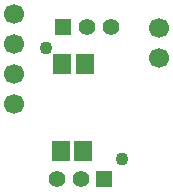
<source format=gbr>
G04 DipTrace 3.2.0.0*
G04 BottomMask.gbr*
%MOMM*%
G04 #@! TF.FileFunction,Soldermask,Bot*
G04 #@! TF.Part,Single*
%ADD23C,1.1*%
%ADD29C,1.7*%
%ADD33R,1.5X1.7*%
%ADD35C,1.4*%
%ADD37R,1.4X1.4*%
%FSLAX35Y35*%
G04*
G71*
G90*
G75*
G01*
G04 BotMask*
%LPD*%
D37*
X1990793Y1273177D3*
D35*
X1790793D3*
X1590793D3*
D23*
X2140793Y1443177D3*
D37*
X1646173Y2557653D3*
D35*
X1846173D3*
X2046173D3*
D23*
X1496173Y2387653D3*
D33*
X1623820Y1509923D3*
X1813820D3*
X1634880Y2244120D3*
X1824880D3*
D29*
X1228600Y2668780D3*
Y2414780D3*
Y2160780D3*
Y1906780D3*
X2457730Y2300220D3*
Y2554220D3*
M02*

</source>
